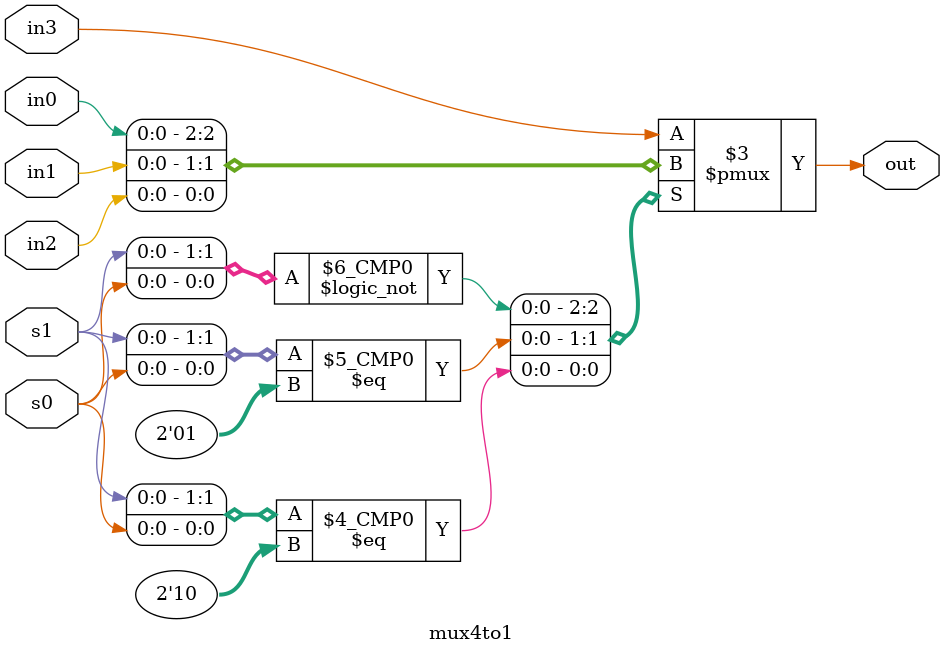
<source format=v>
module mux4to1 (
    in0,
    in1,
    in2,
    in3,
    s1,
    s0,
    out
);
  input in0, in1, in2, in3, s1, s0;
  output reg out;

  always @* begin
    case ({
      s1, s0
    })
      2'b00:   out = in0;
      2'b01:   out = in1;
      2'b10:   out = in2;
      default: out = in3;
    endcase
  end
endmodule

</source>
